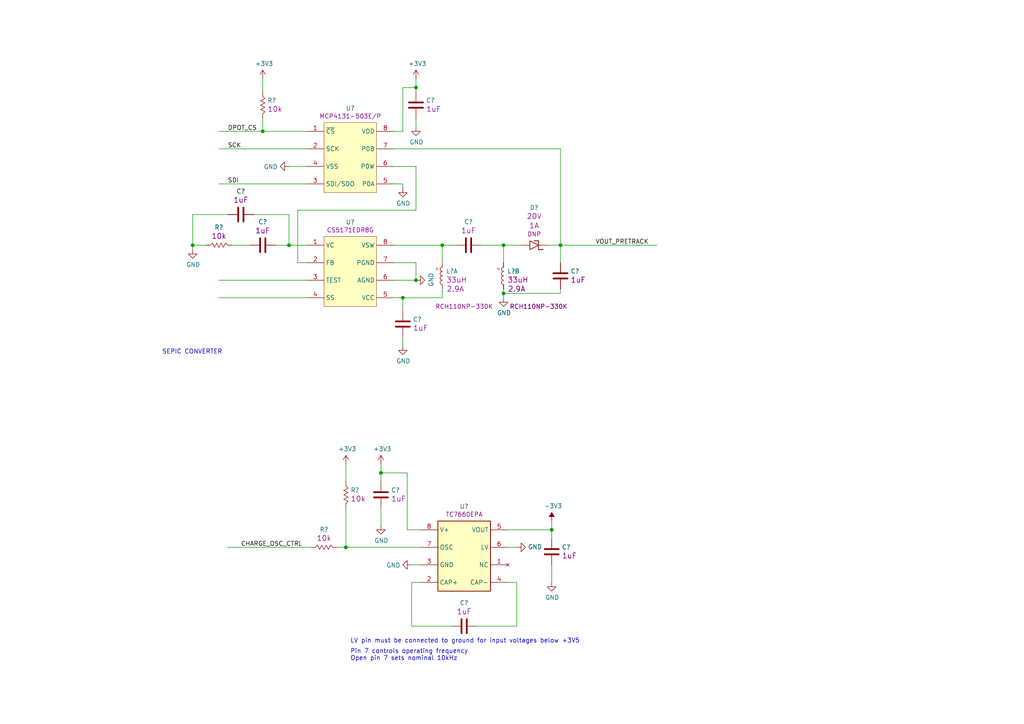
<source format=kicad_sch>
(kicad_sch (version 20211123) (generator eeschema)
  (paper "A4")
  (lib_symbols
    (symbol "master-vampire_General:C" (pin_numbers hide)
      (property "Reference" "C" (at 3.81 2.54 0))
      (property "Capacitance" "1uF" (at 6.35 0 0))
      (symbol "C_0_1"
        (polyline (pts (xy -2.032 -0.762) (xy 2.032 -0.762)) (stroke (width 0.508)))
        (polyline (pts (xy -2.032 0.762) (xy 2.032 0.762)) (stroke (width 0.508)))
      )
      (symbol "C_1_1"
        (pin passive line (at 0 3.81 270) (length 2.794) (name "~") (number "1"))
        (pin passive line (at 0 -3.81 90) (length 2.794) (name "~") (number "2"))
      )
    )
    (symbol "master-vampire_General:D_Schottky" (pin_numbers hide) (pin_names hide)
      (property "Reference" "D" (at 0 2.54 0))
      (property "Vr" "20V" (at 2.54 -2.54 0))
      (property "Iavg" "1A" (at -2.54 -2.54 0))
      (property "MPN" "DNP" (at 0 -5.08 0))
      (symbol "D_Schottky_0_1"
        (polyline (pts (xy -1.27 -1.27) (xy 0 -1.27)) (stroke (width 0.254)))
        (polyline (pts (xy -1.27 1.27) (xy -2.54 1.27)) (stroke (width 0.254)))
        (polyline (pts (xy -1.27 1.27) (xy -1.27 -1.27)) (stroke (width 0.2032)))
        (polyline (pts (xy 1.27 1.27) (xy 1.27 -1.27) (xy -1.27 0) (xy 1.27 1.27)) (stroke (width 0.2032)))
      )
      (symbol "D_Schottky_1_1"
        (pin passive line (at -3.81 0 0) (length 2.54) (name "K") (number "1"))
        (pin passive line (at 3.81 0 180) (length 2.54) (name "A") (number "2"))
      )
    )
    (symbol "master-vampire_General:L_Coupled" (pin_numbers hide) (pin_names (offset 1.016) hide)
      (property "Reference" "L" (at 0 2.54 0))
      (property "Inductance" "1uH" (at -2.54 -2.54 0))
      (symbol "L_Coupled_0_1"
        (arc (start -1.27 0) (mid -1.905 0.635) (end -2.54 0))
        (arc (start 0 0) (mid -0.635 0.635) (end -1.27 0))
        (arc (start 1.27 0) (mid 0.635 0.635) (end 0 0))
        (circle (center 2.032 1.524) (radius 0.254) (stroke (width 0.1016)))
        (arc (start 2.54 0) (mid 1.905 0.635) (end 1.27 0))
      )
      (symbol "L_Coupled_1_1"
        (pin passive line (at -3.81 0 0) (length 1.27) (name "1") (number "1"))
        (pin passive line (at 3.81 0 180) (length 1.27) (name "2") (number "2"))
      )
      (symbol "L_Coupled_2_1"
        (pin passive line (at -3.81 0 0) (length 1.27) (name "1") (number "1"))
        (pin passive line (at 3.81 0 180) (length 1.27) (name "2") (number "2"))
      )
    )
    (symbol "master-vampire_General:R" (pin_numbers hide) (pin_names (offset 0))
      (property "Reference" "R" (at 0 2.54 0))
      (property "Resistance" "10k" (at 0 -2.54 0))
      (symbol "R_0_1"
        (polyline (pts (xy -2.54 0) (xy -1.905 0.635) (xy -1.27 -0.635) (xy -0.635 0.635) (xy 0 -0.635) (xy 0.635 0.635) (xy 1.27 -0.635) (xy 1.905 0.635) (xy 2.54 0)))
      )
      (symbol "R_1_1"
        (pin passive line (at 3.81 0 180) (length 1.27) (name "~") (number "1"))
        (pin passive line (at -3.81 0 0) (length 1.27) (name "~") (number "2"))
      )
    )
    (symbol "master-vampire_General:U_CS5171"
      (property "Reference" "U" (at -6.35 11.43 0))
      (property "MPN" "DNP" (at 0 -11.43 0))
      (symbol "U_CS5171_0_1"
        (rectangle (start -7.62 10.16) (end 7.62 -10.16) (stroke (width 0.1016)) (fill (type background)))
      )
      (symbol "U_CS5171_1_1"
        (pin bidirectional line (at -12.7 7.62 0) (length 5.08) (name "VC") (number "1"))
        (pin input line (at -12.7 2.54 0) (length 5.08) (name "FB") (number "2"))
        (pin bidirectional line (at -12.7 -2.54 0) (length 5.08) (name "TEST") (number "3"))
        (pin input line (at -12.7 -7.62 0) (length 5.08) (name "SS") (number "4"))
        (pin power_in line (at 12.7 -7.62 180) (length 5.08) (name "VCC") (number "5"))
        (pin power_in line (at 12.7 -2.54 180) (length 5.08) (name "AGND") (number "6"))
        (pin power_in line (at 12.7 2.54 180) (length 5.08) (name "PGND") (number "7"))
        (pin output line (at 12.7 7.62 180) (length 5.08) (name "VSW") (number "8"))
      )
    )
    (symbol "master-vampire_General:U_MCP4131"
      (property "Reference" "U" (at 0 13.97 0))
      (property "MPN" "DNP" (at 0 11.43 0))
      (symbol "U_MCP4131_0_1"
        (rectangle (start -7.62 10.16) (end 7.62 -10.16) (stroke (width 0.1016)) (fill (type background)))
      )
      (symbol "U_MCP4131_1_1"
        (pin input line (at -12.7 7.62 0) (length 5.08) (name "~{CS}") (number "1"))
        (pin input line (at -12.7 2.54 0) (length 5.08) (name "SCK") (number "2"))
        (pin bidirectional line (at -12.7 -7.62 0) (length 5.08) (name "SDI/SDO") (number "3"))
        (pin power_in line (at -12.7 -2.54 0) (length 5.08) (name "VSS") (number "4"))
        (pin bidirectional line (at 12.7 -7.62 180) (length 5.08) (name "P0A") (number "5"))
        (pin bidirectional line (at 12.7 -2.54 180) (length 5.08) (name "P0W") (number "6"))
        (pin bidirectional line (at 12.7 2.54 180) (length 5.08) (name "P0B") (number "7"))
        (pin power_in line (at 12.7 7.62 180) (length 5.08) (name "VDD") (number "8"))
      )
    )
    (symbol "master-vampire_General:U_TC7600"
      (property "Reference" "U" (at -6.35 11.43 0))
      (property "MPN" "DNP" (at -5.08 -11.43 0))
      (symbol "U_TC7600_0_1"
        (rectangle (start -7.62 10.16) (end 7.62 -10.16) (stroke (width 0.254)) (fill (type background)))
      )
      (symbol "U_TC7600_1_1"
        (pin no_connect line (at 12.7 -2.54 180) (length 5.08) (name "NC") (number "1"))
        (pin unspecified line (at -12.7 -7.62 0) (length 5.08) (name "CAP+") (number "2"))
        (pin power_in line (at -12.7 -2.54 0) (length 5.08) (name "GND") (number "3"))
        (pin unspecified line (at 12.7 -7.62 180) (length 5.08) (name "CAP-") (number "4"))
        (pin power_out line (at 12.7 7.62 180) (length 5.08) (name "VOUT") (number "5"))
        (pin unspecified line (at 12.7 2.54 180) (length 5.08) (name "LV") (number "6"))
        (pin unspecified line (at -12.7 2.54 0) (length 5.08) (name "OSC") (number "7"))
        (pin power_in line (at -12.7 7.62 0) (length 5.08) (name "V+") (number "8"))
      )
    )
    (symbol "power:+3.3V" (power) (pin_names (offset 0))
      (property "Value" "+3.3V" (at 0 3.556 0))
      (symbol "+3.3V_0_1"
        (polyline (pts (xy -0.762 1.27) (xy 0 2.54)))
        (polyline (pts (xy 0 0) (xy 0 2.54)))
        (polyline (pts (xy 0 2.54) (xy 0.762 1.27)))
      )
      (symbol "+3.3V_1_1"
        (pin power_in line (at 0 0 90) (length 0) hide (name "+3V3") (number "1"))
      )
    )
    (symbol "power:-3V3" (power) (pin_names (offset 0))
      (property "Value" "-3V3" (at 0 3.81 0))
      (symbol "-3V3_0_0"
        (pin power_in line (at 0 0 90) (length 0) hide (name "-3V3") (number "1"))
      )
      (symbol "-3V3_0_1"
        (polyline (pts (xy 0 0) (xy 0 1.27) (xy 0.762 1.27) (xy 0 2.54) (xy -0.762 1.27) (xy 0 1.27)) (fill (type outline)))
      )
    )
    (symbol "power:GND" (power) (pin_names (offset 0))
      (property "Value" "GND" (at 0 -3.81 0))
      (symbol "GND_0_1"
        (polyline (pts (xy 0 0) (xy 0 -1.27) (xy 1.27 -1.27) (xy 0 -2.54) (xy -1.27 -1.27) (xy 0 -1.27)))
      )
      (symbol "GND_1_1"
        (pin power_in line (at 0 0 270) (length 0) hide (name "GND") (number "1"))
      )
    )
  )
  (junction (at 100.33 158.75))
  (junction (at 128.27 71.12))
  (junction (at 110.49 137.16))
  (junction (at 76.2 38.1))
  (junction (at 146.05 71.12))
  (junction (at 146.05 85.09))
  (junction (at 116.84 86.36))
  (junction (at 160.02 153.67))
  (junction (at 55.88 71.12))
  (junction (at 120.65 25.4))
  (junction (at 83.82 71.12))
  (junction (at 162.56 71.12))
  (junction (at 120.65 81.28))
  (wire (pts (xy 114.3 76.2) (xy 120.65 76.2)))
  (wire (pts (xy 162.56 43.18) (xy 162.56 71.12)))
  (wire (pts (xy 119.38 181.61) (xy 130.81 181.61)))
  (wire (pts (xy 55.88 71.12) (xy 59.69 71.12)))
  (wire (pts (xy 76.2 38.1) (xy 63.5 38.1)))
  (wire (pts (xy 128.27 83.82) (xy 128.27 86.36)))
  (wire (pts (xy 149.86 168.91) (xy 149.86 181.61)))
  (wire (pts (xy 86.36 60.96) (xy 120.65 60.96)))
  (wire (pts (xy 121.92 158.75) (xy 100.33 158.75)))
  (wire (pts (xy 116.84 53.34) (xy 114.3 53.34)))
  (wire (pts (xy 149.86 158.75) (xy 147.32 158.75)))
  (wire (pts (xy 120.65 22.86) (xy 120.65 25.4)))
  (wire (pts (xy 120.65 34.29) (xy 120.65 36.83)))
  (wire (pts (xy 100.33 158.75) (xy 100.33 147.32)))
  (wire (pts (xy 118.11 137.16) (xy 110.49 137.16)))
  (wire (pts (xy 128.27 86.36) (xy 116.84 86.36)))
  (wire (pts (xy 118.11 153.67) (xy 118.11 137.16)))
  (wire (pts (xy 110.49 134.62) (xy 110.49 137.16)))
  (wire (pts (xy 114.3 81.28) (xy 120.65 81.28)))
  (wire (pts (xy 63.5 81.28) (xy 88.9 81.28)))
  (wire (pts (xy 55.88 72.39) (xy 55.88 71.12)))
  (wire (pts (xy 120.65 25.4) (xy 120.65 26.67)))
  (wire (pts (xy 116.84 86.36) (xy 116.84 90.17)))
  (wire (pts (xy 162.56 71.12) (xy 158.75 71.12)))
  (wire (pts (xy 121.92 168.91) (xy 119.38 168.91)))
  (wire (pts (xy 83.82 71.12) (xy 80.01 71.12)))
  (wire (pts (xy 120.65 60.96) (xy 120.65 48.26)))
  (wire (pts (xy 63.5 43.18) (xy 88.9 43.18)))
  (wire (pts (xy 88.9 71.12) (xy 83.82 71.12)))
  (wire (pts (xy 147.32 168.91) (xy 149.86 168.91)))
  (wire (pts (xy 72.39 71.12) (xy 67.31 71.12)))
  (wire (pts (xy 90.17 158.75) (xy 66.04 158.75)))
  (wire (pts (xy 120.65 48.26) (xy 114.3 48.26)))
  (wire (pts (xy 162.56 85.09) (xy 146.05 85.09)))
  (wire (pts (xy 76.2 38.1) (xy 76.2 34.29)))
  (wire (pts (xy 128.27 76.2) (xy 128.27 71.12)))
  (wire (pts (xy 88.9 76.2) (xy 86.36 76.2)))
  (wire (pts (xy 119.38 163.83) (xy 121.92 163.83)))
  (wire (pts (xy 76.2 22.86) (xy 76.2 26.67)))
  (wire (pts (xy 88.9 53.34) (xy 63.5 53.34)))
  (wire (pts (xy 146.05 71.12) (xy 151.13 71.12)))
  (wire (pts (xy 83.82 71.12) (xy 83.82 62.23)))
  (wire (pts (xy 146.05 85.09) (xy 146.05 83.82)))
  (wire (pts (xy 160.02 151.13) (xy 160.02 153.67)))
  (wire (pts (xy 162.56 76.2) (xy 162.56 71.12)))
  (wire (pts (xy 88.9 38.1) (xy 76.2 38.1)))
  (wire (pts (xy 116.84 100.33) (xy 116.84 97.79)))
  (wire (pts (xy 116.84 54.61) (xy 116.84 53.34)))
  (wire (pts (xy 162.56 71.12) (xy 190.5 71.12)))
  (wire (pts (xy 149.86 181.61) (xy 138.43 181.61)))
  (wire (pts (xy 162.56 83.82) (xy 162.56 85.09)))
  (wire (pts (xy 116.84 38.1) (xy 114.3 38.1)))
  (wire (pts (xy 97.79 158.75) (xy 100.33 158.75)))
  (wire (pts (xy 83.82 62.23) (xy 73.66 62.23)))
  (wire (pts (xy 83.82 48.26) (xy 88.9 48.26)))
  (wire (pts (xy 147.32 153.67) (xy 160.02 153.67)))
  (wire (pts (xy 86.36 76.2) (xy 86.36 60.96)))
  (wire (pts (xy 114.3 86.36) (xy 116.84 86.36)))
  (wire (pts (xy 110.49 137.16) (xy 110.49 139.7)))
  (wire (pts (xy 100.33 134.62) (xy 100.33 139.7)))
  (wire (pts (xy 110.49 152.4) (xy 110.49 147.32)))
  (wire (pts (xy 160.02 153.67) (xy 160.02 156.21)))
  (wire (pts (xy 66.04 62.23) (xy 55.88 62.23)))
  (wire (pts (xy 132.08 71.12) (xy 128.27 71.12)))
  (wire (pts (xy 116.84 25.4) (xy 116.84 38.1)))
  (wire (pts (xy 119.38 168.91) (xy 119.38 181.61)))
  (wire (pts (xy 128.27 71.12) (xy 114.3 71.12)))
  (wire (pts (xy 139.7 71.12) (xy 146.05 71.12)))
  (wire (pts (xy 146.05 76.2) (xy 146.05 71.12)))
  (wire (pts (xy 121.92 153.67) (xy 118.11 153.67)))
  (wire (pts (xy 55.88 62.23) (xy 55.88 71.12)))
  (wire (pts (xy 160.02 163.83) (xy 160.02 168.91)))
  (wire (pts (xy 120.65 76.2) (xy 120.65 81.28)))
  (wire (pts (xy 63.5 86.36) (xy 88.9 86.36)))
  (wire (pts (xy 146.05 86.36) (xy 146.05 85.09)))
  (wire (pts (xy 120.65 25.4) (xy 116.84 25.4)))
  (wire (pts (xy 114.3 43.18) (xy 162.56 43.18)))
  (text "LV pin must be connected to ground for input voltages below +3V5" (at 101.6 186.69 0) (effects (font (size 1.27 1.27)) (justify left bottom)))
  (text "SEPIC CONVERTER" (at 46.99 102.87 0) (effects (font (size 1.27 1.27)) (justify left bottom)))
  (text "Pin 7 controls operating frequency\nOpen pin 7 sets nominal 10kHz" (at 101.6 191.77 0) (effects (font (size 1.27 1.27)) (justify left bottom)))
  (label "VOUT_PRETRACK" (at 172.72 71.12 0))
  (label "SDI" (at 66.04 53.34 0))
  (label "CHARGE_OSC_CTRL" (at 69.85 158.75 0))
  (label "DPOT_CS" (at 66.04 38.1 0))
  (label "SCK" (at 66.04 43.18 0))
  (symbol (lib_id "master-vampire_General:U_TC7600") (at 134.62 161.29 0) (unit 1)
    (property "Reference" "U?" (at 134.62 146.8882 0))
    (property "Manufacturer" "Microchip Technology" (effects hide))
    (property "MPN" "TC7660EPA" (at 134.62 149.1996 0))
    (property "Supplier" "DigiKey" (effects hide))
    (property "Supplier PN" "TC7660EPA-ND" (effects hide))
    (property "Package" "8-DIP" (effects hide))
  )
  (symbol (lib_id "master-vampire_General:C") (at 134.62 181.61 270) (unit 1)
    (property "Reference" "C?" (at 134.62 174.8536 90))
    (property "Capacitance" "1uF" (at 134.62 177.3682 90) (effects (font (size 1.524 1.524))))
    (property "Voltage Rating" "50V" (effects hide))
    (property "TempCo" "X7R" (effects hide))
    (property "Tolerance" "±20%" (effects hide))
    (property "Package" "0603" (effects hide))
    (property "MPN" "DNP" (effects hide))
    (property "Manufacturer" "DNP" (effects hide))
    (property "Supplier" "DNP" (effects hide))
    (property "Supplier PN" "DNP" (effects hide))
  )
  (symbol (lib_id "power:GND") (at 119.38 163.83 270) (unit 1)
    (property "Reference" "#PWR?" (effects hide))
  )
  (symbol (lib_id "power:+3.3V") (at 110.49 134.62 0) (unit 1)
    (property "Reference" "#PWR?" (effects hide))
  )
  (symbol (lib_id "power:GND") (at 149.86 158.75 90) (unit 1)
    (property "Reference" "#PWR?" (effects hide))
  )
  (symbol (lib_id "master-vampire_General:R") (at 93.98 158.75 0) (unit 1)
    (property "Reference" "R?" (at 93.98 153.5684 0))
    (property "Resistance" "10k" (at 93.98 156.083 0) (effects (font (size 1.524 1.524))))
    (property "Power" "1/10W" (effects hide))
    (property "Package" "0603" (effects hide))
    (property "Tolerance" "5%" (effects hide))
    (property "MPN" "DNP" (effects hide))
    (property "Manufacturer" "DNP" (effects hide))
    (property "Supplier" "DNP" (effects hide))
    (property "Supplier PN" "DNP" (effects hide))
  )
  (symbol (lib_id "master-vampire_General:R") (at 100.33 143.51 270) (unit 1)
    (property "Reference" "R?" (at 101.6762 142.1638 90) (effects (justify left)))
    (property "Resistance" "10k" (at 101.6762 144.6784 90) (effects (font (size 1.524 1.524)) (justify left)))
    (property "Power" "1/10W" (effects hide))
    (property "Package" "0603" (effects hide))
    (property "Tolerance" "5%" (effects hide))
    (property "MPN" "DNP" (effects hide))
    (property "Manufacturer" "DNP" (effects hide))
    (property "Supplier" "DNP" (effects hide))
    (property "Supplier PN" "DNP" (effects hide))
  )
  (symbol (lib_id "master-vampire_General:C") (at 110.49 143.51 180) (unit 1)
    (property "Reference" "C?" (at 113.411 142.1638 0) (effects (justify right)))
    (property "Capacitance" "1uF" (at 113.411 144.6784 0) (effects (font (size 1.524 1.524)) (justify right)))
    (property "Voltage Rating" "50V" (effects hide))
    (property "TempCo" "X7R" (effects hide))
    (property "Tolerance" "±20%" (effects hide))
    (property "Package" "0603" (effects hide))
    (property "MPN" "DNP" (effects hide))
    (property "Manufacturer" "DNP" (effects hide))
    (property "Supplier" "DNP" (effects hide))
    (property "Supplier PN" "DNP" (effects hide))
  )
  (symbol (lib_id "master-vampire_General:C") (at 160.02 160.02 180) (unit 1)
    (property "Reference" "C?" (at 162.941 158.6738 0) (effects (justify right)))
    (property "Capacitance" "1uF" (at 162.941 161.1884 0) (effects (font (size 1.524 1.524)) (justify right)))
    (property "Voltage Rating" "50V" (effects hide))
    (property "TempCo" "X7R" (effects hide))
    (property "Tolerance" "±20%" (effects hide))
    (property "Package" "0603" (effects hide))
    (property "MPN" "DNP" (effects hide))
    (property "Manufacturer" "DNP" (effects hide))
    (property "Supplier" "DNP" (effects hide))
    (property "Supplier PN" "DNP" (effects hide))
  )
  (symbol (lib_id "power:GND") (at 160.02 168.91 0) (unit 1)
    (property "Reference" "#PWR?" (effects hide))
  )
  (symbol (lib_id "power:GND") (at 110.49 152.4 0) (unit 1)
    (property "Reference" "#PWR?" (effects hide))
  )
  (symbol (lib_id "power:-3V3") (at 160.02 151.13 0) (unit 1)
    (property "Reference" "#PWR?" (effects hide))
  )
  (symbol (lib_id "power:+3.3V") (at 100.33 134.62 0) (unit 1)
    (property "Reference" "#PWR?" (effects hide))
  )
  (symbol (lib_id "master-vampire_General:U_CS5171") (at 101.6 78.74 0) (unit 1)
    (property "Reference" "U?" (at 101.6 64.4144 0))
    (property "MPN" "CS5171EDR8G" (at 101.6 66.7258 0))
    (property "Manufacturer" "onsemi" (effects hide))
    (property "Supplier" "DigiKey" (effects hide))
    (property "Supplier PN" "CS5171EDR8GOSCT-ND" (effects hide))
    (property "Package" "8-SOIC" (effects hide))
  )
  (symbol (lib_id "master-vampire_General:U_MCP4131") (at 101.6 45.72 0) (unit 1)
    (property "Reference" "U?" (at 101.6 31.3944 0))
    (property "MPN" "MCP4131-503E/P" (at 101.6 33.7058 0))
    (property "Manufacturer" "Microchip Technology" (effects hide))
    (property "Supplier" "DigiKey" (effects hide))
    (property "Supplier PN" "MCP4131-503E/P-ND" (effects hide))
    (property "Package" "8-DIP" (effects hide))
  )
  (symbol (lib_id "master-vampire_General:R") (at 76.2 30.48 270) (unit 1)
    (property "Reference" "R?" (at 77.5462 29.1338 90) (effects (justify left)))
    (property "Resistance" "10k" (at 77.5462 31.6484 90) (effects (font (size 1.524 1.524)) (justify left)))
    (property "Power" "1/10W" (effects hide))
    (property "Package" "0603" (effects hide))
    (property "Tolerance" "5%" (effects hide))
    (property "MPN" "DNP" (effects hide))
    (property "Manufacturer" "DNP" (effects hide))
    (property "Supplier" "DNP" (effects hide))
    (property "Supplier PN" "DNP" (effects hide))
  )
  (symbol (lib_id "master-vampire_General:C") (at 120.65 30.48 180) (unit 1)
    (property "Reference" "C?" (at 123.571 29.1338 0) (effects (justify right)))
    (property "Capacitance" "1uF" (at 123.571 31.6484 0) (effects (font (size 1.524 1.524)) (justify right)))
    (property "Voltage Rating" "50V" (effects hide))
    (property "TempCo" "X7R" (effects hide))
    (property "Tolerance" "±20%" (effects hide))
    (property "Package" "0603" (effects hide))
    (property "MPN" "DNP" (effects hide))
    (property "Manufacturer" "DNP" (effects hide))
    (property "Supplier" "DNP" (effects hide))
    (property "Supplier PN" "DNP" (effects hide))
  )
  (symbol (lib_id "power:+3.3V") (at 76.2 22.86 0) (unit 1)
    (property "Reference" "#PWR?" (effects hide))
  )
  (symbol (lib_id "power:GND") (at 83.82 48.26 270) (unit 1)
    (property "Reference" "#PWR?" (effects hide))
  )
  (symbol (lib_id "power:GND") (at 120.65 36.83 0) (unit 1)
    (property "Reference" "#PWR?" (effects hide))
  )
  (symbol (lib_id "power:+3.3V") (at 120.65 22.86 0) (unit 1)
    (property "Reference" "#PWR?" (effects hide))
  )
  (symbol (lib_id "power:GND") (at 120.65 81.28 90) (unit 1)
    (property "Reference" "#PWR?" (effects hide))
  )
  (symbol (lib_id "master-vampire_General:R") (at 63.5 71.12 0) (unit 1)
    (property "Reference" "R?" (at 63.5 65.9384 0))
    (property "Resistance" "10k" (at 63.5 68.453 0) (effects (font (size 1.524 1.524))))
    (property "Power" "1/10W" (effects hide))
    (property "Package" "0603" (effects hide))
    (property "Tolerance" "5%" (effects hide))
    (property "MPN" "DNP" (effects hide))
    (property "Manufacturer" "DNP" (effects hide))
    (property "Supplier" "DNP" (effects hide))
    (property "Supplier PN" "DNP" (effects hide))
  )
  (symbol (lib_id "master-vampire_General:C") (at 76.2 71.12 270) (unit 1)
    (property "Reference" "C?" (at 76.2 64.3636 90))
    (property "Capacitance" "1uF" (at 76.2 66.8782 90) (effects (font (size 1.524 1.524))))
    (property "Voltage Rating" "50V" (effects hide))
    (property "TempCo" "X7R" (effects hide))
    (property "Tolerance" "±20%" (effects hide))
    (property "Package" "0603" (effects hide))
    (property "MPN" "DNP" (effects hide))
    (property "Manufacturer" "DNP" (effects hide))
    (property "Supplier" "DNP" (effects hide))
    (property "Supplier PN" "DNP" (effects hide))
  )
  (symbol (lib_id "master-vampire_General:C") (at 69.85 62.23 270) (unit 1)
    (property "Reference" "C?" (at 69.85 55.4736 90))
    (property "Capacitance" "1uF" (at 69.85 57.9882 90) (effects (font (size 1.524 1.524))))
    (property "Voltage Rating" "50V" (effects hide))
    (property "TempCo" "X7R" (effects hide))
    (property "Tolerance" "±20%" (effects hide))
    (property "Package" "0603" (effects hide))
    (property "MPN" "DNP" (effects hide))
    (property "Manufacturer" "DNP" (effects hide))
    (property "Supplier" "DNP" (effects hide))
    (property "Supplier PN" "DNP" (effects hide))
  )
  (symbol (lib_id "power:GND") (at 55.88 72.39 0) (unit 1)
    (property "Reference" "#PWR?" (effects hide))
  )
  (symbol (lib_id "power:GND") (at 116.84 54.61 0) (unit 1)
    (property "Reference" "#PWR?" (effects hide))
  )
  (symbol (lib_id "master-vampire_General:C") (at 116.84 93.98 180) (unit 1)
    (property "Reference" "C?" (at 119.761 92.6338 0) (effects (justify right)))
    (property "Capacitance" "1uF" (at 119.761 95.1484 0) (effects (font (size 1.524 1.524)) (justify right)))
    (property "Voltage Rating" "50V" (effects hide))
    (property "TempCo" "X7R" (effects hide))
    (property "Tolerance" "±20%" (effects hide))
    (property "Package" "0603" (effects hide))
    (property "MPN" "DNP" (effects hide))
    (property "Manufacturer" "DNP" (effects hide))
    (property "Supplier" "DNP" (effects hide))
    (property "Supplier PN" "DNP" (effects hide))
  )
  (symbol (lib_id "master-vampire_General:C") (at 135.89 71.12 270) (unit 1)
    (property "Reference" "C?" (at 135.89 64.3636 90))
    (property "Capacitance" "1uF" (at 135.89 66.8782 90) (effects (font (size 1.524 1.524))))
    (property "Voltage Rating" "50V" (effects hide))
    (property "TempCo" "X7R" (effects hide))
    (property "Tolerance" "±20%" (effects hide))
    (property "Package" "0603" (effects hide))
    (property "MPN" "DNP" (effects hide))
    (property "Manufacturer" "DNP" (effects hide))
    (property "Supplier" "DNP" (effects hide))
    (property "Supplier PN" "DNP" (effects hide))
  )
  (symbol (lib_id "power:GND") (at 116.84 100.33 0) (unit 1)
    (property "Reference" "#PWR?" (effects hide))
  )
  (symbol (lib_id "master-vampire_General:D_Schottky") (at 154.94 71.12 180) (unit 1)
    (property "Reference" "D?" (at 154.94 60.2234 0))
    (property "Vr" "20V" (at 154.94 62.738 0) (effects (font (size 1.524 1.524))))
    (property "Iavg" "1A" (at 154.94 65.4304 0) (effects (font (size 1.524 1.524))))
    (property "MPN" "DNP" (at 154.94 67.9196 0))
    (property "Manufacturer" "DNP" (effects hide))
    (property "Supplier" "DNP" (effects hide))
    (property "Supplier PN" "DNP" (effects hide))
    (property "Package" "DNP" (effects hide))
  )
  (symbol (lib_id "master-vampire_General:L_Coupled") (at 128.27 80.01 90) (unit 1)
    (property "Reference" "L?" (at 129.3622 78.6638 90) (effects (justify right)))
    (property "Inductance" "33uH" (at 129.3622 81.1784 90) (effects (font (size 1.524 1.524)) (justify right)))
    (property "Package" "Through Hole" (effects hide))
    (property "Current Rating" "2.9A" (at 132.08 83.82 90) (effects (font (size 1.524 1.524))))
    (property "DC Resistance" "55mOhm" (effects hide))
    (property "Tolerance" "10" (effects hide))
    (property "MPN" "RCH110NP-330K" (at 134.62 88.9 90))
    (property "Manufacturer" "Sumida America Inc." (effects hide))
    (property "Supplier" "DigiKey" (effects hide))
    (property "Supplier PN" "RCH110NP-330K-ND" (effects hide))
  )
  (symbol (lib_id "master-vampire_General:L_Coupled") (at 146.05 80.01 90) (unit 2)
    (property "Reference" "L?" (at 147.1422 78.6638 90) (effects (justify right)))
    (property "Inductance" "33uH" (at 147.1422 81.1784 90) (effects (font (size 1.524 1.524)) (justify right)))
    (property "Package" "Through Hole" (effects hide))
    (property "Current Rating" "2.9A" (at 149.86 83.82 90) (effects (font (size 1.524 1.524))))
    (property "DC Resistance" "55mOhm" (effects hide))
    (property "Tolerance" "10" (effects hide))
    (property "MPN" "RCH110NP-330K" (at 156.21 88.9 90))
    (property "Manufacturer" "Sumida America Inc." (effects hide))
    (property "Supplier" "DigiKey" (effects hide))
    (property "Supplier PN" "RCH110NP-330K-ND" (effects hide))
  )
  (symbol (lib_id "power:GND") (at 146.05 86.36 0) (unit 1)
    (property "Reference" "#PWR?" (effects hide))
  )
  (symbol (lib_id "master-vampire_General:C") (at 162.56 80.01 180) (unit 1)
    (property "Reference" "C?" (at 165.481 78.6638 0) (effects (justify right)))
    (property "Capacitance" "1uF" (at 165.481 81.1784 0) (effects (font (size 1.524 1.524)) (justify right)))
    (property "Voltage Rating" "50V" (effects hide))
    (property "TempCo" "X7R" (effects hide))
    (property "Tolerance" "±20%" (effects hide))
    (property "Package" "0603" (effects hide))
    (property "MPN" "DNP" (effects hide))
    (property "Manufacturer" "DNP" (effects hide))
    (property "Supplier" "DNP" (effects hide))
    (property "Supplier PN" "DNP" (effects hide))
  )
)
</source>
